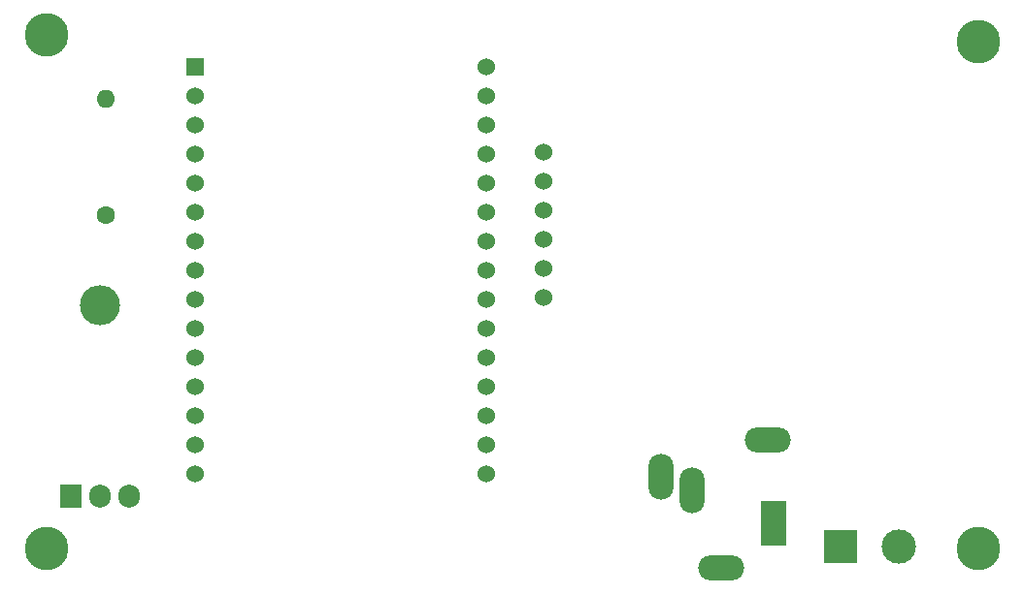
<source format=gbr>
%TF.GenerationSoftware,KiCad,Pcbnew,7.0.7*%
%TF.CreationDate,2023-10-15T02:20:47+00:00*%
%TF.ProjectId,Vulpes,56756c70-6573-42e6-9b69-6361645f7063,rev?*%
%TF.SameCoordinates,Original*%
%TF.FileFunction,Soldermask,Bot*%
%TF.FilePolarity,Negative*%
%FSLAX46Y46*%
G04 Gerber Fmt 4.6, Leading zero omitted, Abs format (unit mm)*
G04 Created by KiCad (PCBNEW 7.0.7) date 2023-10-15 02:20:47*
%MOMM*%
%LPD*%
G01*
G04 APERTURE LIST*
%ADD10C,3.800000*%
%ADD11O,2.200000X4.000000*%
%ADD12O,4.000000X2.200000*%
%ADD13R,2.200000X4.000000*%
%ADD14O,3.500000X3.500000*%
%ADD15R,1.905000X2.000000*%
%ADD16O,1.905000X2.000000*%
%ADD17C,1.600000*%
%ADD18O,1.600000X1.600000*%
%ADD19R,1.524000X1.524000*%
%ADD20C,1.524000*%
%ADD21R,3.000000X3.000000*%
%ADD22C,3.000000*%
G04 APERTURE END LIST*
D10*
%TO.C,REF\u002A\u002A*%
X162560000Y-114300000D03*
%TD*%
%TO.C,REF\u002A\u002A*%
X162560000Y-70087252D03*
%TD*%
%TO.C,REF\u002A\u002A*%
X81280000Y-69501098D03*
%TD*%
D11*
%TO.C,J3*%
X134931503Y-108064967D03*
X137631503Y-109264967D03*
D12*
X140131503Y-116064967D03*
D13*
X144731503Y-112164967D03*
D12*
X144231503Y-104864967D03*
%TD*%
D14*
%TO.C,Q1*%
X86000000Y-93070000D03*
D15*
X83460000Y-109730000D03*
D16*
X86000000Y-109730000D03*
X88540000Y-109730000D03*
%TD*%
D17*
%TO.C,R1*%
X86500000Y-85200000D03*
D18*
X86500000Y-75040000D03*
%TD*%
D19*
%TO.C,U1*%
X94300000Y-72290000D03*
D20*
X94300000Y-74830000D03*
X94300000Y-77370000D03*
X94300000Y-79910000D03*
X94300000Y-82450000D03*
X94300000Y-84990000D03*
X94300000Y-87530000D03*
X94300000Y-90070000D03*
X94300000Y-92610000D03*
X94300000Y-95150000D03*
X94300000Y-97690000D03*
X94300000Y-100230000D03*
X94300000Y-102770000D03*
X94300000Y-105310000D03*
X94300000Y-107850000D03*
X119700000Y-107850000D03*
X119700000Y-105310000D03*
X119700000Y-102770000D03*
X119700000Y-100230000D03*
X119700000Y-97690000D03*
X119700000Y-95150000D03*
X119700000Y-92610000D03*
X119700000Y-90070000D03*
X119700000Y-87530000D03*
X119700000Y-84990000D03*
X119700000Y-82450000D03*
X119700000Y-79910000D03*
X119700000Y-77370000D03*
X119700000Y-74830000D03*
X119700000Y-72290000D03*
%TD*%
D10*
%TO.C,REF\u002A\u002A*%
X81280000Y-114300000D03*
%TD*%
D21*
%TO.C,J2*%
X150544875Y-114139643D03*
D22*
X155624875Y-114139643D03*
%TD*%
D20*
%TO.C,J1*%
X124655384Y-79744835D03*
X124655384Y-82284835D03*
X124655384Y-84824835D03*
X124655384Y-87364835D03*
X124655384Y-89904835D03*
X124655384Y-92444835D03*
%TD*%
M02*

</source>
